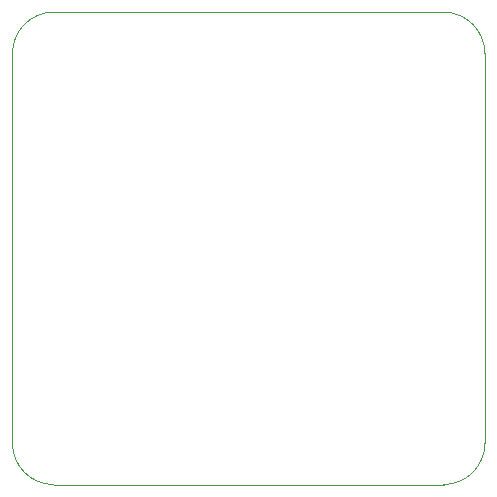
<source format=gm1>
%TF.GenerationSoftware,KiCad,Pcbnew,7.0.1*%
%TF.CreationDate,2024-02-15T14:31:57+01:00*%
%TF.ProjectId,pi4-sensorleap-v1,7069342d-7365-46e7-936f-726c6561702d,rev?*%
%TF.SameCoordinates,Original*%
%TF.FileFunction,Profile,NP*%
%FSLAX46Y46*%
G04 Gerber Fmt 4.6, Leading zero omitted, Abs format (unit mm)*
G04 Created by KiCad (PCBNEW 7.0.1) date 2024-02-15 14:31:57*
%MOMM*%
%LPD*%
G01*
G04 APERTURE LIST*
%TA.AperFunction,Profile*%
%ADD10C,0.100000*%
%TD*%
G04 APERTURE END LIST*
D10*
X64500000Y-40000000D02*
G75*
G03*
X61000000Y-43500000I0J-3500000D01*
G01*
X101000000Y-43500000D02*
X101000000Y-76500000D01*
X61000000Y-76500000D02*
G75*
G03*
X64500000Y-80000000I3500000J0D01*
G01*
X97500000Y-80000000D02*
G75*
G03*
X101000000Y-76500000I0J3500000D01*
G01*
X97500000Y-80000000D02*
X64500000Y-80000000D01*
X97500000Y-40000000D02*
X64500000Y-40000000D01*
X101000000Y-43500000D02*
G75*
G03*
X97500000Y-40000000I-3500000J0D01*
G01*
X61000000Y-43500000D02*
X61000000Y-76500000D01*
M02*

</source>
